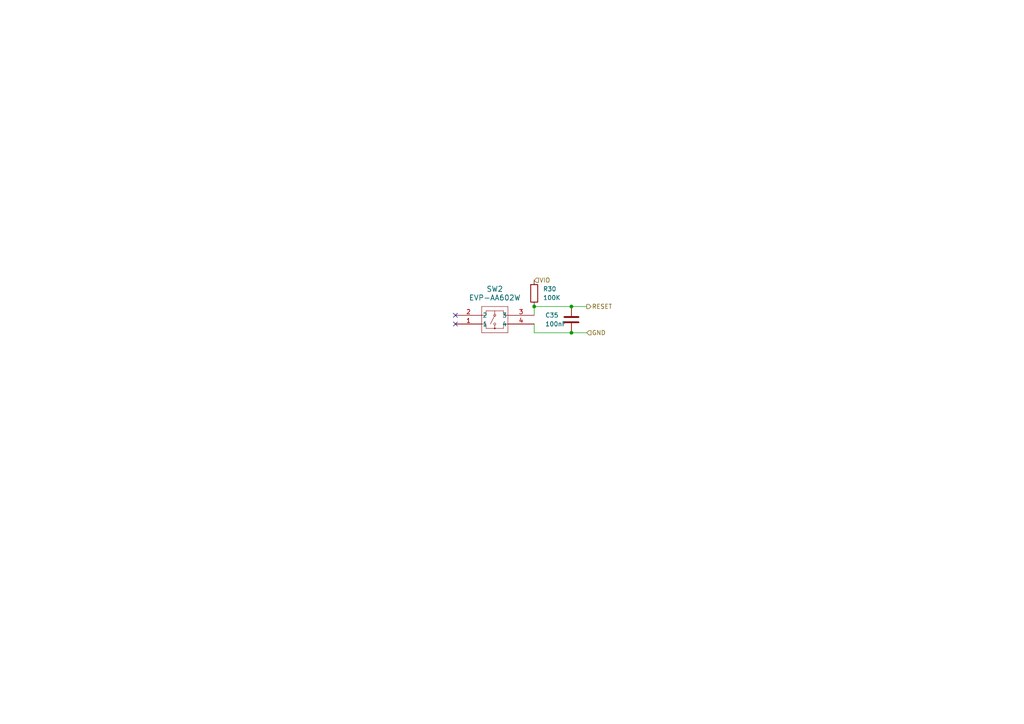
<source format=kicad_sch>
(kicad_sch (version 20231120) (generator "eeschema") (generator_version "8.0")
  (paper "A4")
  (lib_symbols
    (symbol "Device:C" (pin_numbers hide) (pin_names (offset 0.254))
      (property "Reference" "C" (at 0.635 2.54 0))
      (property "Value" "C" (at 0.635 -2.54 0))
      (symbol "C_0_1"
        (polyline (pts (xy -2.032 -0.762) (xy 2.032 -0.762)) (stroke (width 0.508)))
        (polyline (pts (xy -2.032 0.762) (xy 2.032 0.762)) (stroke (width 0.508)))
      )
      (symbol "C_1_1"
        (pin passive line (at 0 3.81 270) (length 2.794) (name "~") (number "1"))
        (pin passive line (at 0 -3.81 90) (length 2.794) (name "~") (number "2"))
      )
    )
    (symbol "Device:R" (pin_numbers hide) (pin_names (offset 0))
      (property "Reference" "R" (at 2.032 0 90))
      (property "Value" "R" (at 0 0 90))
      (symbol "R_0_1"
        (rectangle (start -1.016 -2.54) (end 1.016 2.54) (stroke (width 0.254)))
      )
      (symbol "R_1_1"
        (pin passive line (at 0 3.81 270) (length 1.27) (name "~") (number "1"))
        (pin passive line (at 0 -3.81 90) (length 1.27) (name "~") (number "2"))
      )
    )
    (symbol "EVP-AA602W_1" (pin_names (offset 0.254))
      (property "Reference" "SW" (at 11.43 7.62 0))
      (property "Value" "EVP-AA602W" (at 10.16 5.08 0))
      (symbol "EVP-AA602W_1_0_1"
        (polyline (pts (xy 7.62 -5.08) (xy 15.24 -5.08)) (stroke (width 0.127)))
        (polyline (pts (xy 7.62 -2.54) (xy 8.89 -2.54)) (stroke (width 0.127)))
        (polyline (pts (xy 7.62 0) (xy 8.89 0)) (stroke (width 0.127)))
        (polyline (pts (xy 7.62 2.54) (xy 7.62 -5.08)) (stroke (width 0.127)))
        (polyline (pts (xy 8.89 -3.81) (xy 13.97 -3.81)) (stroke (width 0.127)))
        (polyline (pts (xy 8.89 -2.54) (xy 8.89 -3.81)) (stroke (width 0.127)))
        (polyline (pts (xy 8.89 1.27) (xy 8.89 0)) (stroke (width 0.127)))
        (polyline (pts (xy 11.43 -3.81) (xy 11.43 -2.8575)) (stroke (width 0.127)))
        (polyline (pts (xy 11.43 -2.54) (xy 10.16 0)) (stroke (width 0.127)))
        (polyline (pts (xy 11.43 0.3175) (xy 11.43 1.27)) (stroke (width 0.127)))
        (polyline (pts (xy 13.97 -3.81) (xy 13.97 -2.54)) (stroke (width 0.127)))
        (polyline (pts (xy 13.97 -2.54) (xy 15.24 -2.54)) (stroke (width 0.127)))
        (polyline (pts (xy 13.97 0) (xy 13.97 1.27)) (stroke (width 0.127)))
        (polyline (pts (xy 13.97 0) (xy 15.24 0)) (stroke (width 0.127)))
        (polyline (pts (xy 13.97 1.27) (xy 8.89 1.27)) (stroke (width 0.127)))
        (polyline (pts (xy 15.24 -5.08) (xy 15.24 2.54)) (stroke (width 0.127)))
        (polyline (pts (xy 15.24 2.54) (xy 7.62 2.54)) (stroke (width 0.127)))
        (circle (center 11.43 -2.54) (radius 0.3048) (stroke (width 0.127)))
        (circle (center 11.43 0) (radius 0.3048) (stroke (width 0.127)))
        (circle (center 11.43 1.27) (radius 0.127) (stroke (width 0.2032)))
      )
      (symbol "EVP-AA602W_1_1_1"
        (pin passive line (at 0 0 0) (length 7.62) (name "1") (number "1"))
        (pin passive line (at 0 -2.54 0) (length 7.62) (name "2") (number "2"))
        (pin passive line (at 22.86 -2.54 180) (length 7.62) (name "3") (number "3"))
        (pin passive line (at 22.86 0 180) (length 7.62) (name "4") (number "4"))
      )
    )
  )
  (junction (at 165.735 88.9))
  (junction (at 165.735 96.52))
  (junction (at 154.94 88.9))
  (no_connect (at 132.08 91.44))
  (no_connect (at 132.08 93.98))
  (wire (pts (xy 154.94 93.98) (xy 154.94 96.52)))
  (wire (pts (xy 165.735 96.52) (xy 170.18 96.52)))
  (wire (pts (xy 154.94 96.52) (xy 165.735 96.52)))
  (wire (pts (xy 170.18 88.9) (xy 165.735 88.9)))
  (wire (pts (xy 154.94 88.9) (xy 154.94 91.44)))
  (wire (pts (xy 154.94 88.9) (xy 165.735 88.9)))
  (hierarchical_label "VIO" (shape input) (at 154.94 81.28 0))
  (hierarchical_label "RESET" (shape output) (at 170.18 88.9 0))
  (hierarchical_label "GND" (shape input) (at 170.18 96.52 0))
  (symbol (lib_id "Device:C") (at 165.735 92.71 0) (unit 1)
    (property "Reference" "C35" (at 158.115 91.44 0) (effects (justify left)))
    (property "Value" "100nF" (at 158.115 93.98 0) (effects (justify left)))
    (property "Footprint" "Capacitor_SMD:C_0402_1005Metric_Pad0.74x0.62mm_HandSolder" (effects (hide yes)))
    (property "Datasheet" "https://search.murata.co.jp/Ceramy/image/img/A01X/G101/ENG/GRM155R61E104KA87-01.pdf" (effects (hide yes)))
    (property "Voltage" "25" (effects (hide yes)))
    (property "Part Number" "GRM155R61E104KA87D" (effects (hide yes)))
    (property "Tolerance" "10" (effects (hide yes)))
    (property "Manufacturer" "Murata" (effects (hide yes)))
  )
  (symbol (lib_id "Device:R") (at 154.94 85.09 0) (unit 1)
    (property "Reference" "R30" (at 157.48 83.8199 0) (effects (justify left)))
    (property "Value" "100K" (at 157.48 86.3599 0) (effects (justify left)))
    (property "Footprint" "Resistor_SMD:R_0402_1005Metric_Pad0.72x0.64mm_HandSolder" (effects (hide yes)))
    (property "Description" "Resistor" (effects (hide yes)))
  )
  (symbol (lib_name "EVP-AA602W_1") (lib_id "Project:EVP-AA602W") (at 132.08 93.98 0) (mirror x) (unit 1)
    (property "Reference" "SW2" (at 143.51 83.82 0) (effects (font (size 1.524 1.524))))
    (property "Value" "EVP-AA602W" (at 143.51 86.36 0) (effects (font (size 1.524 1.524))))
    (property "Footprint" "Project:EVP602AA" (effects (hide yes)))
    (property "Datasheet" "https://www3.panasonic.biz/ac/cdn/e/control/switch/light-touch/catalog/sw_lt_eng_3529s.pdf" (effects (hide yes)))
    (property "Manufacturer" "Panasonic" (effects (hide yes)))
    (property "Part Number" "EVP-AA602W" (effects (hide yes)))
  )
)
</source>
